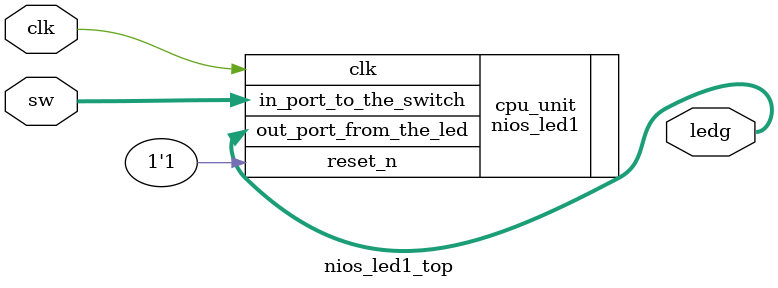
<source format=v>
module nios_led1_top 
   (
    input wire clk, 
    input wire [9:0] sw,
    output wire [1:0] ledg
   );

   // body
   // instantiate nios 
   nios_led1 cpu_unit
     (.clk(clk),
      .reset_n(1'b1),
      .in_port_to_the_switch(sw),
      .out_port_from_the_led(ledg)
    );
endmodule


</source>
